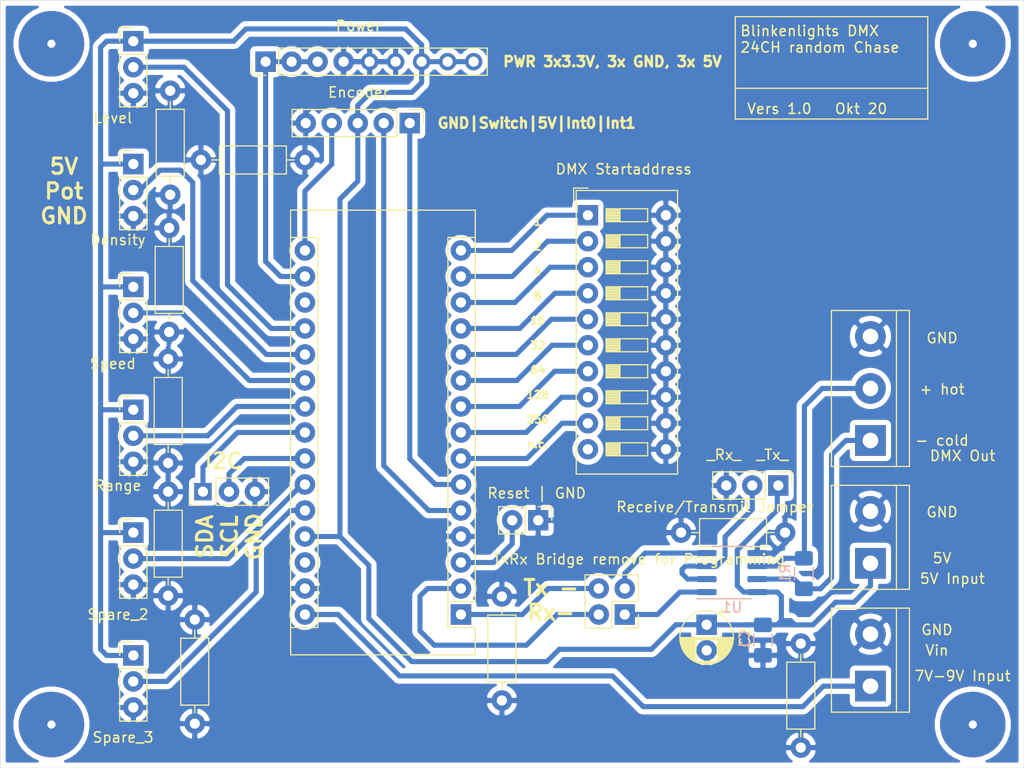
<source format=kicad_pcb>
(kicad_pcb (version 20171130) (host pcbnew "(5.1.6)-1")
  (layers (0 F.Cu signal) (31 B.Cu signal) (34 B.Paste user hide) (35 F.Paste user hide) (36 B.SilkS user hide) (37 F.SilkS user) (38 B.Mask user hide) (39 F.Mask user hide) (44 Edge.Cuts user))
  (net 0 "")
  (net 1 "Net-(A1-Pad23)")
  (net 2 "Net-(A1-Pad24)")
  (net 3 "Net-(A1-Pad30)")
  (net 4 "Net-(J1-Pad1)")
  (net 5 "Net-(J1-Pad2)")
  (net 6 "Net-(J2-Pad1)")
  (net 7 "Net-(J2-Pad3)")
  (net 8 Tx)
  (net 9 Rx)
  (net 10 ADC_Level)
  (net 11 GND)
  (net 12 ADC_Density)
  (net 13 ADC_Speed)
  (net 14 ADC_Spare_1)
  (net 15 DIP_9)
  (net 16 DIP_8)
  (net 17 DIP_7)
  (net 18 ADC_Spare_2)
  (net 19 DIP_6)
  (net 20 ADC_Spare_3)
  (net 21 DIP_5)
  (net 22 +5V)
  (net 23 DIP_4)
  (net 24 DIP_3)
  (net 25 DIP_2)
  (net 26 DIP_1)
  (net 27 "Net-(J6-Pad2)")
  (net 28 +3V3)
  (net 29 D2_Int0)
  (net 30 D3_Int1)
  (net 31 Switch)
  (net 32 "Net-(A1-Pad3)")
  (module Module:Arduino_Nano (layer F.Cu) (at 65 80 180)
    (fp_text reference A1 hide)
    (fp_text value Arduino_Nano_v3.x hide)
    (pad 1 thru_hole rect (at 0 0 180) (size 2 2) (drill 1) (layers *.Cu *.Mask) (net 8 Tx))
    (pad 17 thru_hole oval (at 15.24 33.02 180) (size 2 2) (drill 1) (layers *.Cu *.Mask) (net 28 +3V3))
    (pad 2 thru_hole oval (at 0 2.54 180) (size 2 2) (drill 1) (layers *.Cu *.Mask) (net 9 Rx))
    (pad 18 thru_hole oval (at 15.24 30.48 180) (size 2 2) (drill 1) (layers *.Cu *.Mask))
    (pad 3 thru_hole oval (at 0 5.08 180) (size 2 2) (drill 1) (layers *.Cu *.Mask) (net 32 "Net-(A1-Pad3)"))
    (pad 19 thru_hole oval (at 15.24 27.94 180) (size 2 2) (drill 1) (layers *.Cu *.Mask) (net 10 ADC_Level))
    (pad 4 thru_hole oval (at 0 7.62 180) (size 2 2) (drill 1) (layers *.Cu *.Mask) (net 11 GND))
    (pad 20 thru_hole oval (at 15.24 25.4 180) (size 2 2) (drill 1) (layers *.Cu *.Mask) (net 12 ADC_Density))
    (pad 5 thru_hole oval (at 0 10.16 180) (size 2 2) (drill 1) (layers *.Cu *.Mask) (net 29 D2_Int0))
    (pad 21 thru_hole oval (at 15.24 22.86 180) (size 2 2) (drill 1) (layers *.Cu *.Mask) (net 13 ADC_Speed))
    (pad 6 thru_hole oval (at 0 12.7 180) (size 2 2) (drill 1) (layers *.Cu *.Mask) (net 30 D3_Int1))
    (pad 22 thru_hole oval (at 15.24 20.32 180) (size 2 2) (drill 1) (layers *.Cu *.Mask) (net 14 ADC_Spare_1))
    (pad 7 thru_hole oval (at 0 15.24 180) (size 2 2) (drill 1) (layers *.Cu *.Mask) (net 15 DIP_9))
    (pad 23 thru_hole oval (at 15.24 17.78 180) (size 2 2) (drill 1) (layers *.Cu *.Mask) (net 1 "Net-(A1-Pad23)"))
    (pad 8 thru_hole oval (at 0 17.78 180) (size 2 2) (drill 1) (layers *.Cu *.Mask) (net 16 DIP_8))
    (pad 24 thru_hole oval (at 15.24 15.24 180) (size 2 2) (drill 1) (layers *.Cu *.Mask) (net 2 "Net-(A1-Pad24)"))
    (pad 9 thru_hole oval (at 0 20.32 180) (size 2 2) (drill 1) (layers *.Cu *.Mask) (net 17 DIP_7))
    (pad 25 thru_hole oval (at 15.24 12.7 180) (size 2 2) (drill 1) (layers *.Cu *.Mask) (net 18 ADC_Spare_2))
    (pad 10 thru_hole oval (at 0 22.86 180) (size 2 2) (drill 1) (layers *.Cu *.Mask) (net 19 DIP_6))
    (pad 26 thru_hole oval (at 15.24 10.16 180) (size 2 2) (drill 1) (layers *.Cu *.Mask) (net 20 ADC_Spare_3))
    (pad 11 thru_hole oval (at 0 25.4 180) (size 2 2) (drill 1) (layers *.Cu *.Mask) (net 21 DIP_5))
    (pad 27 thru_hole oval (at 15.24 7.62 180) (size 2 2) (drill 1) (layers *.Cu *.Mask) (net 22 +5V))
    (pad 12 thru_hole oval (at 0 27.94 180) (size 2 2) (drill 1) (layers *.Cu *.Mask) (net 23 DIP_4))
    (pad 28 thru_hole oval (at 15.24 5.08 180) (size 2 2) (drill 1) (layers *.Cu *.Mask))
    (pad 13 thru_hole oval (at 0 30.48 180) (size 2 2) (drill 1) (layers *.Cu *.Mask) (net 24 DIP_3))
    (pad 29 thru_hole oval (at 15.24 2.54 180) (size 2 2) (drill 1) (layers *.Cu *.Mask) (net 11 GND))
    (pad 14 thru_hole oval (at 0 33.02 180) (size 2 2) (drill 1) (layers *.Cu *.Mask) (net 25 DIP_2))
    (pad 30 thru_hole oval (at 15.24 0 180) (size 2 2) (drill 1) (layers *.Cu *.Mask) (net 3 "Net-(A1-Pad30)"))
    (pad 15 thru_hole oval (at 0 35.56 180) (size 2 2) (drill 1) (layers *.Cu *.Mask) (net 26 DIP_1))
    (pad 16 thru_hole oval (at 15.24 35.56 180) (size 2 2) (drill 1) (layers *.Cu *.Mask) (net 31 Switch))
  )
  (module TerminalBlock:TerminalBlock_bornier-3_P5.08mm (layer F.Cu) (at 105 63 90)
    (fp_text reference J1 hide)
    (fp_text value "DMX Out" (at -1.5 9 180) (layer F.SilkS))
    (pad 1 thru_hole rect (at 0 0 90) (size 3 3) (drill 1.52) (layers *.Cu *.Mask) (net 4 "Net-(J1-Pad1)"))
    (pad 2 thru_hole circle (at 5.08 0 90) (size 3 3) (drill 1.52) (layers *.Cu *.Mask) (net 5 "Net-(J1-Pad2)"))
    (pad 3 thru_hole circle (at 10.16 0 90) (size 3 3) (drill 1.52) (layers *.Cu *.Mask) (net 11 GND))
  )
  (module Connector_PinHeader_2.54mm:PinHeader_2x02_P2.54mm_Vertical (layer F.Cu) (at 81 80 180)
    (fp_text reference J2 hide)
    (fp_text value "TxRx Bridge remove for Programming" (at -1.4 5.4) (layer F.SilkS))
    (pad 1 thru_hole rect (at 0 0 180) (size 2 2) (drill 1) (layers *.Cu *.Mask) (net 6 "Net-(J2-Pad1)"))
    (pad 2 thru_hole oval (at 2.54 0 180) (size 2 2) (drill 1) (layers *.Cu *.Mask) (net 9 Rx))
    (pad 3 thru_hole oval (at 0 2.54 180) (size 2 2) (drill 1) (layers *.Cu *.Mask) (net 7 "Net-(J2-Pad3)"))
    (pad 4 thru_hole oval (at 2.54 2.54 180) (size 2 2) (drill 1) (layers *.Cu *.Mask) (net 8 Tx))
  )
  (module Connector_PinHeader_2.54mm:PinHeader_1x03_P2.54mm_Vertical (layer F.Cu) (at 33 24)
    (fp_text reference J3 hide)
    (fp_text value Level (at -2 7.5) (layer F.SilkS))
    (pad 1 thru_hole rect (at 0 0) (size 2 2) (drill 1) (layers *.Cu *.Mask) (net 22 +5V))
    (pad 2 thru_hole oval (at 0 2.54) (size 2 2) (drill 1) (layers *.Cu *.Mask) (net 10 ADC_Level))
    (pad 3 thru_hole oval (at 0 5.08) (size 2 2) (drill 1) (layers *.Cu *.Mask) (net 11 GND))
  )
  (module Package_SO:SOIC-8_3.9x4.9mm_P1.27mm (layer B.Cu) (at 91.475 75.905)
    (fp_text reference U1 (at 0 3.4) (layer B.SilkS) (effects (justify mirror)))
    (fp_text value SN75176AD)
    (pad 1 smd roundrect (at -2.475 1.905) (size 1.95 0.6) (layers B.Cu B.Paste B.Mask) (net 6 "Net-(J2-Pad1)"))
    (pad 2 smd roundrect (at -2.475 0.635) (size 1.95 0.6) (layers B.Cu B.Paste B.Mask) (net 27 "Net-(J6-Pad2)"))
    (pad 3 smd roundrect (at -2.475 -0.635) (size 1.95 0.6) (layers B.Cu B.Paste B.Mask) (net 27 "Net-(J6-Pad2)"))
    (pad 4 smd roundrect (at -2.475 -1.905) (size 1.95 0.6) (layers B.Cu B.Paste B.Mask) (net 7 "Net-(J2-Pad3)"))
    (pad 5 smd roundrect (at 2.475 -1.905) (size 1.95 0.6) (layers B.Cu B.Paste B.Mask) (net 11 GND))
    (pad 6 smd roundrect (at 2.475 -0.635) (size 1.95 0.6) (layers B.Cu B.Paste B.Mask) (net 5 "Net-(J1-Pad2)"))
    (pad 7 smd roundrect (at 2.475 0.635) (size 1.95 0.6) (layers B.Cu B.Paste B.Mask) (net 4 "Net-(J1-Pad1)"))
    (pad 8 smd roundrect (at 2.475 1.905) (size 1.95 0.6) (layers B.Cu B.Paste B.Mask) (net 22 +5V))
  )
  (module Button_Switch_THT:SW_DIP_SPSTx10_Slide_9.78x27.58mm_W7.62mm_P2.54mm (layer F.Cu) (at 77.4 41)
    (fp_text reference SW1 hide)
    (fp_text value "DMX Startaddress" (at 3.5 -4.5) (layer F.SilkS))
    (pad 1 thru_hole rect (at 0 0) (size 2 2) (drill 1) (layers *.Cu *.Mask) (net 26 DIP_1))
    (pad 11 thru_hole oval (at 7.62 22.86) (size 2 2) (drill 1) (layers *.Cu *.Mask) (net 11 GND))
    (pad 2 thru_hole oval (at 0 2.54) (size 2 2) (drill 1) (layers *.Cu *.Mask) (net 25 DIP_2))
    (pad 12 thru_hole oval (at 7.62 20.32) (size 2 2) (drill 1) (layers *.Cu *.Mask) (net 11 GND))
    (pad 3 thru_hole oval (at 0 5.08) (size 2 2) (drill 1) (layers *.Cu *.Mask) (net 24 DIP_3))
    (pad 13 thru_hole oval (at 7.62 17.78) (size 2 2) (drill 1) (layers *.Cu *.Mask) (net 11 GND))
    (pad 4 thru_hole oval (at 0 7.62) (size 2 2) (drill 1) (layers *.Cu *.Mask) (net 23 DIP_4))
    (pad 14 thru_hole oval (at 7.62 15.24) (size 2 2) (drill 1) (layers *.Cu *.Mask) (net 11 GND))
    (pad 5 thru_hole oval (at 0 10.16) (size 2 2) (drill 1) (layers *.Cu *.Mask) (net 21 DIP_5))
    (pad 15 thru_hole oval (at 7.62 12.7) (size 2 2) (drill 1) (layers *.Cu *.Mask) (net 11 GND))
    (pad 6 thru_hole oval (at 0 12.7) (size 2 2) (drill 1) (layers *.Cu *.Mask) (net 19 DIP_6))
    (pad 16 thru_hole oval (at 7.62 10.16) (size 2 2) (drill 1) (layers *.Cu *.Mask) (net 11 GND))
    (pad 7 thru_hole oval (at 0 15.24) (size 2 2) (drill 1) (layers *.Cu *.Mask) (net 17 DIP_7))
    (pad 17 thru_hole oval (at 7.62 7.62) (size 2 2) (drill 1) (layers *.Cu *.Mask) (net 11 GND))
    (pad 8 thru_hole oval (at 0 17.78) (size 2 2) (drill 1) (layers *.Cu *.Mask) (net 16 DIP_8))
    (pad 18 thru_hole oval (at 7.62 5.08) (size 2 2) (drill 1) (layers *.Cu *.Mask) (net 11 GND))
    (pad 9 thru_hole oval (at 0 20.32) (size 2 2) (drill 1) (layers *.Cu *.Mask) (net 15 DIP_9))
    (pad 19 thru_hole oval (at 7.62 2.54) (size 2 2) (drill 1) (layers *.Cu *.Mask) (net 11 GND))
    (pad 10 thru_hole oval (at 0 22.86) (size 2 2) (drill 1) (layers *.Cu *.Mask))
    (pad 20 thru_hole oval (at 7.62 0) (size 2 2) (drill 1) (layers *.Cu *.Mask) (net 11 GND))
  )
  (module Connector_PinHeader_2.54mm:PinHeader_1x03_P2.54mm_Vertical (layer F.Cu) (at 33 36)
    (fp_text reference J4 hide)
    (fp_text value Density (at -1.5 7.41) (layer F.SilkS))
    (pad 1 thru_hole rect (at 0 0) (size 2 2) (drill 1) (layers *.Cu *.Mask) (net 22 +5V))
    (pad 2 thru_hole oval (at 0 2.54) (size 2 2) (drill 1) (layers *.Cu *.Mask) (net 12 ADC_Density))
    (pad 3 thru_hole oval (at 0 5.08) (size 2 2) (drill 1) (layers *.Cu *.Mask) (net 11 GND))
  )
  (module Connector_PinHeader_2.54mm:PinHeader_1x03_P2.54mm_Vertical (layer F.Cu) (at 33 48)
    (fp_text reference J5 hide)
    (fp_text value Speed (at -2 7.5) (layer F.SilkS))
    (pad 3 thru_hole oval (at 0 5.08) (size 2 2) (drill 1) (layers *.Cu *.Mask) (net 11 GND))
    (pad 2 thru_hole oval (at 0 2.54) (size 2 2) (drill 1) (layers *.Cu *.Mask) (net 13 ADC_Speed))
    (pad 1 thru_hole rect (at 0 0) (size 2 2) (drill 1) (layers *.Cu *.Mask) (net 22 +5V))
  )
  (module Connector_PinHeader_2.54mm:PinHeader_1x03_P2.54mm_Vertical (layer F.Cu) (at 96 67.4 270)
    (fp_text reference J6 hide)
    (fp_text value "Receive/Transmit Jumper" (at 2.1 6.2 180) (layer F.SilkS))
    (pad 1 thru_hole rect (at 0 0 270) (size 2 2) (drill 1) (layers *.Cu *.Mask) (net 22 +5V))
    (pad 2 thru_hole oval (at 0 2.54 270) (size 2 2) (drill 1) (layers *.Cu *.Mask) (net 27 "Net-(J6-Pad2)"))
    (pad 3 thru_hole oval (at 0 5.08 270) (size 2 2) (drill 1) (layers *.Cu *.Mask) (net 11 GND))
  )
  (module TerminalBlock:TerminalBlock_bornier-2_P5.08mm (layer F.Cu) (at 105 87 90)
    (fp_text reference J7 hide)
    (fp_text value "7V-9V Input" (at 1 9 180) (layer F.SilkS))
    (pad 1 thru_hole rect (at 0 0 90) (size 3 3) (drill 1.52) (layers *.Cu *.Mask) (net 3 "Net-(A1-Pad30)"))
    (pad 2 thru_hole circle (at 5.08 0 90) (size 3 3) (drill 1.52) (layers *.Cu *.Mask) (net 11 GND))
  )
  (module Connector_PinHeader_2.54mm:PinHeader_1x03_P2.54mm_Vertical (layer F.Cu) (at 33 60)
    (fp_text reference J8 hide)
    (fp_text value Range (at -1.5 7.41) (layer F.SilkS))
    (pad 1 thru_hole rect (at 0 0) (size 2 2) (drill 1) (layers *.Cu *.Mask) (net 22 +5V))
    (pad 2 thru_hole oval (at 0 2.54) (size 2 2) (drill 1) (layers *.Cu *.Mask) (net 14 ADC_Spare_1))
    (pad 3 thru_hole oval (at 0 5.08) (size 2 2) (drill 1) (layers *.Cu *.Mask) (net 11 GND))
  )
  (module Connector_PinHeader_2.54mm:PinHeader_1x03_P2.54mm_Vertical (layer F.Cu) (at 33 72)
    (fp_text reference J9 hide)
    (fp_text value Spare_2 (at -1.5 8) (layer F.SilkS))
    (pad 3 thru_hole oval (at 0 5.08) (size 2 2) (drill 1) (layers *.Cu *.Mask) (net 11 GND))
    (pad 2 thru_hole oval (at 0 2.54) (size 2 2) (drill 1) (layers *.Cu *.Mask) (net 18 ADC_Spare_2))
    (pad 1 thru_hole rect (at 0 0) (size 2 2) (drill 1) (layers *.Cu *.Mask) (net 22 +5V))
  )
  (module Connector_PinHeader_2.54mm:PinHeader_1x03_P2.54mm_Vertical (layer F.Cu) (at 39.8 68 90)
    (fp_text reference J10 hide)
    (fp_text value I2C (at 3 2 180) (layer F.SilkS) (effects (font (size 1.5 1.5) (thickness 0.25))))
    (pad 1 thru_hole rect (at 0 0 90) (size 1.7 1.7) (drill 1) (layers *.Cu *.Mask) (net 1 "Net-(A1-Pad23)"))
    (pad 2 thru_hole oval (at 0 2.54 90) (size 2 2) (drill 1) (layers *.Cu *.Mask) (net 2 "Net-(A1-Pad24)"))
    (pad 3 thru_hole oval (at 0 5.08 90) (size 2 2) (drill 1) (layers *.Cu *.Mask) (net 11 GND))
  )
  (module Connector_PinHeader_2.54mm:PinHeader_1x03_P2.54mm_Vertical (layer F.Cu) (at 33 84)
    (fp_text reference J11 hide)
    (fp_text value Spare_3 (at -1 8) (layer F.SilkS))
    (pad 3 thru_hole oval (at 0 5.08) (size 2 2) (drill 1) (layers *.Cu *.Mask) (net 11 GND))
    (pad 2 thru_hole oval (at 0 2.54) (size 2 2) (drill 1) (layers *.Cu *.Mask) (net 20 ADC_Spare_3))
    (pad 1 thru_hole rect (at 0 0) (size 2 2) (drill 1) (layers *.Cu *.Mask) (net 22 +5V))
  )
  (module MountingHole:MountingHole_3.2mm_M3_Pad (layer F.Cu) (at 25 24.25)
    (fp_text reference H1 hide)
    (fp_text value MountingHole hide)
    (pad 1 thru_hole circle (at 0 0) (size 6.4 6.4) (drill 0.8) (layers *.Cu *.Mask))
  )
  (module MountingHole:MountingHole_3.2mm_M3_Pad (layer F.Cu) (at 115 24.25)
    (fp_text reference H2 hide)
    (fp_text value MountingHole hide)
    (pad 1 thru_hole circle (at 0 0) (size 6.4 6.4) (drill 0.8) (layers *.Cu *.Mask))
  )
  (module MountingHole:MountingHole_3.2mm_M3_Pad (layer F.Cu) (at 25 90.75)
    (fp_text reference H3 hide)
    (fp_text value MountingHole hide)
    (pad 1 thru_hole circle (at 0 0) (size 6.4 6.4) (drill 0.8) (layers *.Cu *.Mask))
  )
  (module MountingHole:MountingHole_3.2mm_M3_Pad (layer F.Cu) (at 115 90.75)
    (fp_text reference H4 hide)
    (fp_text value MountingHole hide)
    (pad 1 thru_hole circle (at 0 0) (size 6.4 6.4) (drill 0.8) (layers *.Cu *.Mask))
  )
  (module Connector_PinHeader_2.54mm:PinHeader_1x05_P2.54mm_Vertical (layer F.Cu) (at 60 32 270)
    (fp_text reference J12 hide)
    (fp_text value Encoder (at -3 5 180) (layer F.SilkS))
    (pad 1 thru_hole rect (at 0 0 270) (size 2 2) (drill 1) (layers *.Cu *.Mask) (net 30 D3_Int1))
    (pad 2 thru_hole oval (at 0 2.54 270) (size 2 2) (drill 1) (layers *.Cu *.Mask) (net 29 D2_Int0))
    (pad 3 thru_hole oval (at 0 5.08 270) (size 2 2) (drill 1) (layers *.Cu *.Mask) (net 22 +5V))
    (pad 4 thru_hole oval (at 0 7.62 270) (size 2 2) (drill 1) (layers *.Cu *.Mask) (net 31 Switch))
    (pad 5 thru_hole oval (at 0 10.16 270) (size 2 2) (drill 1) (layers *.Cu *.Mask) (net 11 GND))
  )
  (module Connector_PinHeader_2.54mm:PinHeader_1x09_P2.54mm_Vertical (layer F.Cu) (at 45.92 26 90)
    (fp_text reference J13 hide)
    (fp_text value "PWR 3x3.3V, 3x GND, 3x 5V" (at 0 33.88 180) (layer F.SilkS) (effects (font (thickness 0.25))))
    (pad 1 thru_hole rect (at 0 0 90) (size 2 2) (drill 1) (layers *.Cu *.Mask) (net 28 +3V3))
    (pad 2 thru_hole oval (at 0 2.54 90) (size 2 2) (drill 1) (layers *.Cu *.Mask) (net 28 +3V3))
    (pad 3 thru_hole oval (at 0 5.08 90) (size 2 2) (drill 1) (layers *.Cu *.Mask) (net 28 +3V3))
    (pad 4 thru_hole oval (at 0 7.62 90) (size 2 2) (drill 1) (layers *.Cu *.Mask) (net 11 GND))
    (pad 5 thru_hole oval (at 0 10.16 90) (size 1.7 1.7) (drill 1) (layers *.Cu *.Mask) (net 11 GND))
    (pad 6 thru_hole oval (at 0 12.7 90) (size 1.7 1.7) (drill 1) (layers *.Cu *.Mask) (net 11 GND))
    (pad 7 thru_hole oval (at 0 15.24 90) (size 1.7 1.7) (drill 1) (layers *.Cu *.Mask) (net 22 +5V))
    (pad 8 thru_hole oval (at 0 17.78 90) (size 1.7 1.7) (drill 1) (layers *.Cu *.Mask) (net 22 +5V))
    (pad 9 thru_hole oval (at 0 20.32 90) (size 1.7 1.7) (drill 1) (layers *.Cu *.Mask) (net 22 +5V))
  )
  (module TerminalBlock:TerminalBlock_bornier-2_P5.08mm (layer F.Cu) (at 105 75 90)
    (fp_text reference J14 hide)
    (fp_text value "5V Input" (at -1.5 8 180) (layer F.SilkS))
    (pad 1 thru_hole rect (at 0 0 90) (size 3 3) (drill 1.52) (layers *.Cu *.Mask) (net 22 +5V))
    (pad 2 thru_hole circle (at 5.08 0 90) (size 3 3) (drill 1.52) (layers *.Cu *.Mask) (net 11 GND))
  )
  (module Capacitor_SMD:C_1206_3216Metric_Pad1.42x1.75mm_HandSolder (layer B.Cu) (at 94.5 82.5 270)
    (fp_text reference C1 (at 0 1.82 90) (layer B.SilkS) (effects (justify mirror)))
    (fp_text value 1u5)
    (pad 1 smd roundrect (at -1.4875 0 270) (size 1.425 1.75) (layers B.Cu B.Paste B.Mask) (roundrect_rratio 0.175439) (net 22 +5V))
    (pad 2 smd roundrect (at 1.4875 0 270) (size 1.425 1.75) (layers B.Cu B.Paste B.Mask) (roundrect_rratio 0.175439) (net 11 GND))
  )
  (module Resistor_SMD:R_1206_3216Metric_Pad1.42x1.75mm_HandSolder (layer B.Cu) (at 98.5 76 270)
    (fp_text reference R1 (at 0 1.82 90) (layer B.SilkS) (effects (justify mirror)))
    (fp_text value 120R)
    (pad 1 smd roundrect (at -1.4875 0 270) (size 1.425 1.75) (layers B.Cu B.Paste B.Mask) (roundrect_rratio 0.175439) (net 5 "Net-(J1-Pad2)"))
    (pad 2 smd roundrect (at 1.4875 0 270) (size 1.425 1.75) (layers B.Cu B.Paste B.Mask) (roundrect_rratio 0.175439) (net 4 "Net-(J1-Pad1)"))
  )
  (module Capacitor_THT:CP_Radial_D5.0mm_P2.50mm (layer F.Cu) (at 89 81 270)
    (fp_text reference C2 (at 1.25 -3.75 90) (layer F.SilkS))
    (fp_text value CP_Small)
    (pad 1 thru_hole rect (at 0 0 270) (size 2 2) (drill 1) (layers *.Cu *.Mask) (net 22 +5V))
    (pad 2 thru_hole oval (at 2.5 0 270) (size 2 2) (drill 1) (layers *.Cu *.Mask) (net 11 GND))
  )
  (module Resistor_THT:R_Axial_DIN0207_L6.3mm_D2.5mm_P10.16mm_Horizontal (layer F.Cu) (at 39 90.66 90)
    (fp_text reference R2 hide)
    (fp_text value 0R)
    (pad 1 thru_hole oval (at 0 0 90) (size 2 2) (drill 1) (layers *.Cu *.Mask) (net 11 GND))
    (pad 2 thru_hole oval (at 10.16 0 90) (size 2 2) (drill 1) (layers *.Cu *.Mask) (net 11 GND))
  )
  (module Resistor_THT:R_Axial_DIN0207_L6.3mm_D2.5mm_P10.16mm_Horizontal (layer F.Cu) (at 36.4 78.16 90)
    (fp_text reference R3 hide)
    (fp_text value 0R)
    (pad 2 thru_hole oval (at 10.16 0 90) (size 2 2) (drill 1) (layers *.Cu *.Mask) (net 11 GND))
    (pad 1 thru_hole oval (at 0 0 90) (size 2 2) (drill 1) (layers *.Cu *.Mask) (net 11 GND))
  )
  (module Resistor_THT:R_Axial_DIN0207_L6.3mm_D2.5mm_P10.16mm_Horizontal (layer F.Cu) (at 36.4 65.2 90)
    (fp_text reference R4 hide)
    (fp_text value 0R)
    (pad 1 thru_hole oval (at 0 0 90) (size 2 2) (drill 1) (layers *.Cu *.Mask) (net 11 GND))
    (pad 2 thru_hole oval (at 10.16 0 90) (size 2 2) (drill 1) (layers *.Cu *.Mask) (net 11 GND))
  )
  (module Resistor_THT:R_Axial_DIN0207_L6.3mm_D2.5mm_P10.16mm_Horizontal (layer F.Cu) (at 36.5 52.4 90)
    (fp_text reference R5 hide)
    (fp_text value 0R)
    (pad 2 thru_hole oval (at 10.16 0 90) (size 2 2) (drill 1) (layers *.Cu *.Mask) (net 11 GND))
    (pad 1 thru_hole oval (at 0 0 90) (size 2 2) (drill 1) (layers *.Cu *.Mask) (net 11 GND))
  )
  (module Resistor_THT:R_Axial_DIN0207_L6.3mm_D2.5mm_P10.16mm_Horizontal (layer F.Cu) (at 36.6 39 90)
    (fp_text reference R6 hide)
    (fp_text value 0R)
    (pad 1 thru_hole oval (at 0 0 90) (size 2 2) (drill 1) (layers *.Cu *.Mask) (net 11 GND))
    (pad 2 thru_hole oval (at 10.16 0 90) (size 2 2) (drill 1) (layers *.Cu *.Mask) (net 11 GND))
  )
  (module Resistor_THT:R_Axial_DIN0207_L6.3mm_D2.5mm_P10.16mm_Horizontal (layer F.Cu) (at 39.6 35.6)
    (fp_text reference R7 hide)
    (fp_text value 0R)
    (pad 2 thru_hole oval (at 10.16 0) (size 2 2) (drill 1) (layers *.Cu *.Mask) (net 11 GND))
    (pad 1 thru_hole oval (at 0 0) (size 2 2) (drill 1) (layers *.Cu *.Mask) (net 11 GND))
  )
  (module Resistor_THT:R_Axial_DIN0207_L6.3mm_D2.5mm_P10.16mm_Horizontal (layer F.Cu) (at 69 88.4 90)
    (fp_text reference R8 hide)
    (fp_text value 0R)
    (pad 1 thru_hole oval (at 0 0 90) (size 2 2) (drill 1) (layers *.Cu *.Mask) (net 11 GND))
    (pad 2 thru_hole oval (at 10.16 0 90) (size 2 2) (drill 1) (layers *.Cu *.Mask) (net 11 GND))
  )
  (module Resistor_THT:R_Axial_DIN0207_L6.3mm_D2.5mm_P10.16mm_Horizontal (layer F.Cu) (at 98.2 93 90)
    (fp_text reference R9 hide)
    (fp_text value 0R)
    (pad 2 thru_hole oval (at 10.16 0 90) (size 2 2) (drill 1) (layers *.Cu *.Mask) (net 11 GND))
    (pad 1 thru_hole oval (at 0 0 90) (size 2 2) (drill 1) (layers *.Cu *.Mask) (net 11 GND))
  )
  (module Resistor_THT:R_Axial_DIN0207_L6.3mm_D2.5mm_P10.16mm_Horizontal (layer F.Cu) (at 86.5 72)
    (fp_text reference R10 hide)
    (fp_text value 0R)
    (pad 1 thru_hole oval (at 0 0) (size 2 2) (drill 1) (layers *.Cu *.Mask) (net 11 GND))
    (pad 2 thru_hole oval (at 10.16 0) (size 2 2) (drill 1) (layers *.Cu *.Mask) (net 11 GND))
  )
  (module Connector_PinHeader_2.54mm:PinHeader_1x02_P2.54mm_Vertical (layer F.Cu) (at 72.55 70.8 270)
    (fp_text reference J15 hide)
    (fp_text value "Reset | GND" (at -2.65 0.15) (layer F.SilkS))
    (pad 1 thru_hole rect (at 0 0 270) (size 2 2) (drill 1) (layers *.Cu *.Mask) (net 11 GND))
    (pad 2 thru_hole oval (at 0 2.54 270) (size 2 2) (drill 1) (layers *.Cu *.Mask) (net 32 "Net-(A1-Pad3)"))
  )
  (gr_text "5V\nPot\nGND" (at 26.225 38.65) (layer F.SilkS) (effects (font (size 1.5 1.5) (thickness 0.3))))
  (gr_text 5V (at 112 74.5) (layer F.SilkS) (effects (font (size 1 1))))
  (gr_text "- cold" (at 112 63) (layer F.SilkS) (effects (font (size 1 1))))
  (gr_text "+ hot" (at 112 58) (layer F.SilkS) (effects (font (size 1 1))))
  (gr_text Vin (at 111.5 83.5) (layer F.SilkS) (effects (font (size 1 1))))
  (gr_text GND (at 111.5 81.5) (layer F.SilkS) (effects (font (size 1 1))))
  (gr_text GND (at 112 70) (layer F.SilkS) (effects (font (size 1 1))))
  (gr_text GND (at 112 53) (layer F.SilkS) (effects (font (size 1 1))))
  (gr_text "Power\n" (at 55 22.5) (layer F.SilkS) (effects (font (size 1 1))))
  (gr_text GND|Switch|5V|Int0|Int1 (at 72.4 32) (layer F.SilkS) (effects (font (size 1 1) (thickness 0.25))))
  (gr_text "SDA\nSCL\nGND" (at 42.4 72.4 90) (layer F.SilkS) (effects (font (size 1.5 1.5) (thickness 0.3))))
  (gr_text "Tx -\nRx-" (at 73.8 78.6) (layer F.SilkS) (effects (font (size 1.5 1.5) (thickness 0.3))))
  (gr_text "_Rx_  _Tx_" (at 93 64.4) (layer F.SilkS) (effects (font (size 1 1))))
  (gr_text "1\n\n2\n\n4\n\n8\n\n16\n\n32\n\n64\n\n128\n\n256\n\nn.c." (at 72.5 52.5) (layer F.SilkS) (effects (font (size 0.75 0.75) (thickness 0.175))))
  (gr_text "Vers 1.0   Okt 20" (at 99.8 30.6) (layer F.SilkS) (effects (font (size 1 1))))
  (gr_text "Blinkenlights DMX\n24CH random Chase" (at 92.2 23.8) (layer F.SilkS) (effects (font (size 1 1)) (justify left)))
  (gr_line (start 91.8 28.6) (end 110.6 28.6) (layer F.SilkS) (width 0.12))
  (gr_line (start 110.6 31.6) (end 110.6 21.6) (layer F.SilkS) (width 0.12))
  (gr_line (start 91.8 31.6) (end 110.6 31.6) (layer F.SilkS) (width 0.12))
  (gr_line (start 91.8 21.6) (end 91.8 31.6) (layer F.SilkS) (width 0.12))
  (gr_line (start 110.6 21.6) (end 91.8 21.6) (layer F.SilkS) (width 0.12))
  (gr_line (start 20 95) (end 20 20) (layer Edge.Cuts) (width 0.05))
  (gr_line (start 120 95) (end 20 95) (layer Edge.Cuts) (width 0.05))
  (gr_line (start 120 20) (end 120 95) (layer Edge.Cuts) (width 0.05))
  (gr_line (start 20 20) (end 120 20) (layer Edge.Cuts) (width 0.05))
  (segment (start 43.18 62.22) (end 49.76 62.22) (width 0.5) (layer B.Cu) (net 1))
  (segment (start 39.8 65.6) (end 43.18 62.22) (width 0.5) (layer B.Cu) (net 1))
  (segment (start 39.8 68) (end 39.8 65.6) (width 0.5) (layer B.Cu) (net 1))
  (segment (start 42.34 66.26) (end 43.84 64.76) (width 0.5) (layer B.Cu) (net 2))
  (segment (start 42.34 68) (end 42.34 66.26) (width 0.5) (layer B.Cu) (net 2))
  (segment (start 43.84 64.76) (end 49.76 64.76) (width 0.5) (layer B.Cu) (net 2))
  (segment (start 100.4 87) (end 105 87) (width 0.5) (layer B.Cu) (net 3))
  (segment (start 98.4 89) (end 100.4 87) (width 0.5) (layer B.Cu) (net 3))
  (segment (start 53 80) (end 59 86) (width 0.5) (layer B.Cu) (net 3))
  (segment (start 59 86) (end 79.8 86) (width 0.5) (layer B.Cu) (net 3))
  (segment (start 49.76 80) (end 53 80) (width 0.5) (layer B.Cu) (net 3))
  (segment (start 82.8 89) (end 98.4 89) (width 0.5) (layer B.Cu) (net 3))
  (segment (start 79.8 86) (end 82.8 89) (width 0.5) (layer B.Cu) (net 3))
  (segment (start 97.5525 76.54) (end 98.5 77.4875) (width 0.5) (layer B.Cu) (net 4))
  (segment (start 93.95 76.54) (end 97.5525 76.54) (width 0.5) (layer B.Cu) (net 4))
  (segment (start 98.5 77.4875) (end 100.1125 77.4875) (width 0.5) (layer B.Cu) (net 4))
  (segment (start 100.1125 77.4875) (end 101.2 76.4) (width 0.5) (layer B.Cu) (net 4))
  (segment (start 101.2 76.4) (end 101.2 64.4) (width 0.5) (layer B.Cu) (net 4))
  (segment (start 102.6 63) (end 105 63) (width 0.5) (layer B.Cu) (net 4))
  (segment (start 101.2 64.4) (end 102.6 63) (width 0.5) (layer B.Cu) (net 4))
  (segment (start 93.95 75.27) (end 95.83 75.27) (width 0.5) (layer B.Cu) (net 5))
  (segment (start 96.5875 74.5125) (end 98.5 74.5125) (width 0.5) (layer B.Cu) (net 5))
  (segment (start 95.83 75.27) (end 96.5875 74.5125) (width 0.5) (layer B.Cu) (net 5))
  (segment (start 98.550001 74.462499) (end 98.550001 59.649999) (width 0.5) (layer B.Cu) (net 5))
  (segment (start 98.5 74.5125) (end 98.550001 74.462499) (width 0.5) (layer B.Cu) (net 5))
  (segment (start 100.28 57.92) (end 105 57.92) (width 0.5) (layer B.Cu) (net 5))
  (segment (start 98.550001 59.649999) (end 100.28 57.92) (width 0.5) (layer B.Cu) (net 5))
  (segment (start 89 77.81) (end 86.39 77.81) (width 0.5) (layer B.Cu) (net 6))
  (segment (start 84.2 80) (end 81 80) (width 0.5) (layer B.Cu) (net 6))
  (segment (start 86.39 77.81) (end 84.2 80) (width 0.5) (layer B.Cu) (net 6))
  (segment (start 89 74) (end 83 74) (width 0.5) (layer B.Cu) (net 7))
  (segment (start 81 76) (end 81 77.46) (width 0.5) (layer B.Cu) (net 7))
  (segment (start 83 74) (end 81 76) (width 0.5) (layer B.Cu) (net 7))
  (segment (start 65 80) (end 71 80) (width 0.5) (layer B.Cu) (net 8))
  (segment (start 73.54 77.46) (end 78.46 77.46) (width 0.5) (layer B.Cu) (net 8))
  (segment (start 71 80) (end 73.54 77.46) (width 0.5) (layer B.Cu) (net 8))
  (segment (start 65 77.46) (end 61.74 77.46) (width 0.5) (layer B.Cu) (net 9))
  (segment (start 61.74 77.46) (end 61 78.2) (width 0.5) (layer B.Cu) (net 9))
  (segment (start 61 78.2) (end 61 81.6) (width 0.5) (layer B.Cu) (net 9))
  (segment (start 61 81.6) (end 62.4 83) (width 0.5) (layer B.Cu) (net 9))
  (segment (start 62.4 83) (end 71.4 83) (width 0.5) (layer B.Cu) (net 9))
  (segment (start 74.4 80) (end 78.46 80) (width 0.5) (layer B.Cu) (net 9))
  (segment (start 71.4 83) (end 74.4 80) (width 0.5) (layer B.Cu) (net 9))
  (segment (start 37.94 26.54) (end 33 26.54) (width 0.5) (layer B.Cu) (net 10))
  (segment (start 42.2 47.8) (end 42.2 30.8) (width 0.5) (layer B.Cu) (net 10))
  (segment (start 49.76 52.06) (end 46.46 52.06) (width 0.5) (layer B.Cu) (net 10))
  (segment (start 42.2 30.8) (end 37.94 26.54) (width 0.5) (layer B.Cu) (net 10))
  (segment (start 46.46 52.06) (end 42.2 47.8) (width 0.5) (layer B.Cu) (net 10))
  (segment (start 93.95 74) (end 95.685773 74) (width 0.5) (layer B.Cu) (net 11))
  (segment (start 96.8 72.885773) (end 96.8 72.6) (width 0.5) (layer B.Cu) (net 11))
  (segment (start 53.54 26) (end 58.62 26) (width 0.5) (layer B.Cu) (net 11))
  (segment (start 85.02 63.86) (end 85.02 41) (width 0.5) (layer B.Cu) (net 11))
  (segment (start 53.54 27.26) (end 49.84 30.96) (width 0.5) (layer B.Cu) (net 11))
  (segment (start 49.84 30.96) (end 49.84 32) (width 0.5) (layer B.Cu) (net 11))
  (segment (start 53.54 26) (end 53.54 27.26) (width 0.5) (layer B.Cu) (net 11))
  (segment (start 96.66 72) (end 96.66 73.025772) (width 0.5) (layer B.Cu) (net 11))
  (segment (start 95.685773 74) (end 96.092886 73.592886) (width 0.5) (layer B.Cu) (net 11))
  (segment (start 96.66 73.025772) (end 96.092886 73.592886) (width 0.5) (layer B.Cu) (net 11))
  (segment (start 96.092886 73.592886) (end 96.8 72.885773) (width 0.5) (layer B.Cu) (net 11))
  (segment (start 33.66 38.54) (end 35.6 36.6) (width 0.5) (layer B.Cu) (net 12))
  (segment (start 46 54.6) (end 49.76 54.6) (width 0.5) (layer B.Cu) (net 12))
  (segment (start 33 38.54) (end 33.66 38.54) (width 0.5) (layer B.Cu) (net 12))
  (segment (start 35.6 36.6) (end 37.6 36.6) (width 0.5) (layer B.Cu) (net 12))
  (segment (start 37.6 36.6) (end 38.8 37.8) (width 0.5) (layer B.Cu) (net 12))
  (segment (start 38.8 47.4) (end 46 54.6) (width 0.5) (layer B.Cu) (net 12))
  (segment (start 38.8 37.8) (end 38.8 47.4) (width 0.5) (layer B.Cu) (net 12))
  (segment (start 33 50.54) (end 37.74 50.54) (width 0.5) (layer B.Cu) (net 13))
  (segment (start 44.34 57.14) (end 49.76 57.14) (width 0.5) (layer B.Cu) (net 13))
  (segment (start 37.74 50.54) (end 44.34 57.14) (width 0.5) (layer B.Cu) (net 13))
  (segment (start 33 62.54) (end 40.26 62.54) (width 0.5) (layer B.Cu) (net 14))
  (segment (start 43.12 59.68) (end 49.76 59.68) (width 0.5) (layer B.Cu) (net 14))
  (segment (start 40.26 62.54) (end 43.12 59.68) (width 0.5) (layer B.Cu) (net 14))
  (segment (start 65 64.76) (end 71.44 64.76) (width 0.5) (layer B.Cu) (net 15))
  (segment (start 74.88 61.32) (end 78 61.32) (width 0.5) (layer B.Cu) (net 15))
  (segment (start 71.44 64.76) (end 74.88 61.32) (width 0.5) (layer B.Cu) (net 15))
  (segment (start 65 62.22) (end 71.38 62.22) (width 0.5) (layer B.Cu) (net 16))
  (segment (start 74.82 58.78) (end 78 58.78) (width 0.5) (layer B.Cu) (net 16))
  (segment (start 71.38 62.22) (end 74.82 58.78) (width 0.5) (layer B.Cu) (net 16))
  (segment (start 65 59.68) (end 70.72 59.68) (width 0.5) (layer B.Cu) (net 17))
  (segment (start 74.16 56.24) (end 78 56.24) (width 0.5) (layer B.Cu) (net 17))
  (segment (start 70.72 59.68) (end 74.16 56.24) (width 0.5) (layer B.Cu) (net 17))
  (segment (start 49.485774 67.3) (end 49.76 67.3) (width 0.5) (layer B.Cu) (net 18))
  (segment (start 42.245774 74.54) (end 49.485774 67.3) (width 0.5) (layer B.Cu) (net 18))
  (segment (start 33 74.54) (end 42.245774 74.54) (width 0.5) (layer B.Cu) (net 18))
  (segment (start 65 57.14) (end 70.46 57.14) (width 0.5) (layer B.Cu) (net 19))
  (segment (start 73.9 53.7) (end 78 53.7) (width 0.5) (layer B.Cu) (net 19))
  (segment (start 70.46 57.14) (end 73.9 53.7) (width 0.5) (layer B.Cu) (net 19))
  (segment (start 33 86.54) (end 36.26 86.54) (width 0.5) (layer B.Cu) (net 20))
  (segment (start 36.26 86.54) (end 45 77.8) (width 0.5) (layer B.Cu) (net 20))
  (segment (start 45 77.8) (end 45 73.2) (width 0.5) (layer B.Cu) (net 20))
  (segment (start 48.36 69.84) (end 49.76 69.84) (width 0.5) (layer B.Cu) (net 20))
  (segment (start 45 73.2) (end 48.36 69.84) (width 0.5) (layer B.Cu) (net 20))
  (segment (start 65 54.6) (end 70.4 54.6) (width 0.5) (layer B.Cu) (net 21))
  (segment (start 73.84 51.16) (end 78 51.16) (width 0.5) (layer B.Cu) (net 21))
  (segment (start 70.4 54.6) (end 73.84 51.16) (width 0.5) (layer B.Cu) (net 21))
  (segment (start 93.95 77.81) (end 95.91 77.81) (width 0.5) (layer B.Cu) (net 22))
  (segment (start 95.91 77.81) (end 96.3 78.2) (width 0.5) (layer B.Cu) (net 22))
  (segment (start 96.3 78.2) (end 96.3 80.6) (width 0.5) (layer B.Cu) (net 22))
  (segment (start 95.8875 81.0125) (end 94.5 81.0125) (width 0.5) (layer B.Cu) (net 22))
  (segment (start 96.3 80.6) (end 95.8875 81.0125) (width 0.5) (layer B.Cu) (net 22))
  (segment (start 93.95 77.81) (end 92.61 77.81) (width 0.5) (layer B.Cu) (net 22))
  (segment (start 92.61 77.81) (end 92 77.2) (width 0.5) (layer B.Cu) (net 22))
  (segment (start 92 77.2) (end 92 73.702192) (width 0.5) (layer B.Cu) (net 22))
  (segment (start 95.902192 68.097808) (end 96 68) (width 0.5) (layer B.Cu) (net 22))
  (segment (start 95.902192 69.8) (end 95.902192 68.097808) (width 0.5) (layer B.Cu) (net 22))
  (segment (start 92 73.702192) (end 95.902192 69.8) (width 0.5) (layer B.Cu) (net 22))
  (segment (start 105 75) (end 105 77.2) (width 0.5) (layer B.Cu) (net 22))
  (segment (start 105 77.2) (end 103.4 78.8) (width 0.5) (layer B.Cu) (net 22))
  (segment (start 103.4 78.8) (end 101.6 78.8) (width 0.5) (layer B.Cu) (net 22))
  (segment (start 101.6 78.8) (end 99.3875 81.0125) (width 0.5) (layer B.Cu) (net 22))
  (segment (start 96.3 80.6) (end 97.2 80.6) (width 0.5) (layer B.Cu) (net 22))
  (segment (start 97.2 80.6) (end 97.6125 81.0125) (width 0.5) (layer B.Cu) (net 22))
  (segment (start 99.3875 81.0125) (end 97.6125 81.0125) (width 0.5) (layer B.Cu) (net 22))
  (segment (start 97.6125 81.0125) (end 94.5 81.0125) (width 0.5) (layer B.Cu) (net 22))
  (segment (start 94.5 81.0125) (end 92.7875 81.0125) (width 0.5) (layer B.Cu) (net 22))
  (segment (start 89.0125 81.0125) (end 89 81) (width 0.5) (layer B.Cu) (net 22))
  (segment (start 94.5 81.0125) (end 89.0125 81.0125) (width 0.5) (layer B.Cu) (net 22))
  (segment (start 53.18 72.38) (end 49.76 72.38) (width 0.5) (layer B.Cu) (net 22))
  (segment (start 61.16 26) (end 66.24 26) (width 0.5) (layer B.Cu) (net 22))
  (segment (start 29.8 83.4) (end 30.4 84) (width 0.5) (layer B.Cu) (net 22))
  (segment (start 30.4 84) (end 33 84) (width 0.5) (layer B.Cu) (net 22))
  (segment (start 33 24) (end 30.4 24) (width 0.5) (layer B.Cu) (net 22))
  (segment (start 30.4 24) (end 29.8 24.6) (width 0.5) (layer B.Cu) (net 22))
  (segment (start 33 72) (end 30 72) (width 0.5) (layer B.Cu) (net 22))
  (segment (start 30 72) (end 29.8 72.2) (width 0.5) (layer B.Cu) (net 22))
  (segment (start 29.8 72.2) (end 29.8 83.4) (width 0.5) (layer B.Cu) (net 22))
  (segment (start 33 60) (end 30 60) (width 0.5) (layer B.Cu) (net 22))
  (segment (start 30 60) (end 29.8 60.2) (width 0.5) (layer B.Cu) (net 22))
  (segment (start 29.8 60.2) (end 29.8 72.2) (width 0.5) (layer B.Cu) (net 22))
  (segment (start 30 48) (end 29.8 48.2) (width 0.5) (layer B.Cu) (net 22))
  (segment (start 33 48) (end 30 48) (width 0.5) (layer B.Cu) (net 22))
  (segment (start 29.8 48.2) (end 29.8 60.2) (width 0.5) (layer B.Cu) (net 22))
  (segment (start 33 36) (end 30 36) (width 0.5) (layer B.Cu) (net 22))
  (segment (start 30 36) (end 29.8 36.2) (width 0.5) (layer B.Cu) (net 22))
  (segment (start 29.8 24.6) (end 29.8 36.2) (width 0.5) (layer B.Cu) (net 22))
  (segment (start 29.8 36.2) (end 29.8 48.2) (width 0.5) (layer B.Cu) (net 22))
  (segment (start 33 24) (end 42.8 24) (width 0.5) (layer B.Cu) (net 22))
  (segment (start 42.8 24) (end 44 22.8) (width 0.5) (layer B.Cu) (net 22))
  (segment (start 44 22.8) (end 59.6 22.8) (width 0.5) (layer B.Cu) (net 22))
  (segment (start 61.16 24.36) (end 61.16 26) (width 0.5) (layer B.Cu) (net 22))
  (segment (start 59.6 22.8) (end 61.16 24.36) (width 0.5) (layer B.Cu) (net 22))
  (segment (start 53.18 72.38) (end 53.18 39.42) (width 0.5) (layer B.Cu) (net 22))
  (segment (start 54.92 37.68) (end 54.92 32) (width 0.5) (layer B.Cu) (net 22))
  (segment (start 53.18 39.42) (end 54.92 37.68) (width 0.5) (layer B.Cu) (net 22))
  (segment (start 54.92 32) (end 54.92 30.28) (width 0.5) (layer B.Cu) (net 22))
  (segment (start 54.92 30.28) (end 56.2 29) (width 0.5) (layer B.Cu) (net 22))
  (segment (start 56.2 29) (end 60.2 29) (width 0.5) (layer B.Cu) (net 22))
  (segment (start 61.16 28.04) (end 61.16 26) (width 0.5) (layer B.Cu) (net 22))
  (segment (start 60.2 29) (end 61.16 28.04) (width 0.5) (layer B.Cu) (net 22))
  (segment (start 56 75.2) (end 53.18 72.38) (width 0.5) (layer B.Cu) (net 22))
  (segment (start 56 80.4) (end 56 75.2) (width 0.5) (layer B.Cu) (net 22))
  (segment (start 86 81) (end 83.6 83.4) (width 0.5) (layer B.Cu) (net 22))
  (segment (start 60.2 84.6) (end 56 80.4) (width 0.5) (layer B.Cu) (net 22))
  (segment (start 89 81) (end 86 81) (width 0.5) (layer B.Cu) (net 22))
  (segment (start 83.6 83.4) (end 74.6 83.4) (width 0.5) (layer B.Cu) (net 22))
  (segment (start 74.6 83.4) (end 73.4 84.6) (width 0.5) (layer B.Cu) (net 22))
  (segment (start 73.4 84.6) (end 60.2 84.6) (width 0.5) (layer B.Cu) (net 22))
  (segment (start 65 52.06) (end 70.74 52.06) (width 0.5) (layer B.Cu) (net 23))
  (segment (start 74.18 48.62) (end 78 48.62) (width 0.5) (layer B.Cu) (net 23))
  (segment (start 70.74 52.06) (end 74.18 48.62) (width 0.5) (layer B.Cu) (net 23))
  (segment (start 65 49.52) (end 70.28 49.52) (width 0.5) (layer B.Cu) (net 24))
  (segment (start 73.72 46.08) (end 78 46.08) (width 0.5) (layer B.Cu) (net 24))
  (segment (start 70.28 49.52) (end 73.72 46.08) (width 0.5) (layer B.Cu) (net 24))
  (segment (start 65 46.98) (end 70.02 46.98) (width 0.5) (layer B.Cu) (net 25))
  (segment (start 73.46 43.54) (end 78 43.54) (width 0.5) (layer B.Cu) (net 25))
  (segment (start 70.02 46.98) (end 73.46 43.54) (width 0.5) (layer B.Cu) (net 25))
  (segment (start 65 44.44) (end 69.96 44.44) (width 0.5) (layer B.Cu) (net 26))
  (segment (start 73.4 41) (end 78 41) (width 0.5) (layer B.Cu) (net 26))
  (segment (start 69.96 44.44) (end 73.4 41) (width 0.5) (layer B.Cu) (net 26))
  (segment (start 89 75.27) (end 86.93 75.27) (width 0.5) (layer B.Cu) (net 27))
  (segment (start 86.93 75.27) (end 86.6 75.6) (width 0.5) (layer B.Cu) (net 27))
  (segment (start 86.6 75.6) (end 86.6 76) (width 0.5) (layer B.Cu) (net 27))
  (segment (start 87.14 76.54) (end 89 76.54) (width 0.5) (layer B.Cu) (net 27))
  (segment (start 86.6 76) (end 87.14 76.54) (width 0.5) (layer B.Cu) (net 27))
  (segment (start 93.46 69.74) (end 93.46 68) (width 0.5) (layer B.Cu) (net 27))
  (segment (start 90.8 72.4) (end 93.46 69.74) (width 0.5) (layer B.Cu) (net 27))
  (segment (start 90.8 74.447808) (end 90.8 72.4) (width 0.5) (layer B.Cu) (net 27))
  (segment (start 89 75.27) (end 89.977808 75.27) (width 0.5) (layer B.Cu) (net 27))
  (segment (start 89.977808 75.27) (end 90.8 74.447808) (width 0.5) (layer B.Cu) (net 27))
  (segment (start 49.76 46.98) (end 47.38 46.98) (width 0.5) (layer B.Cu) (net 28))
  (segment (start 47.38 46.98) (end 45.92 45.52) (width 0.5) (layer B.Cu) (net 28))
  (segment (start 45.92 26) (end 51 26) (width 0.5) (layer B.Cu) (net 28))
  (segment (start 45.92 26) (end 45.92 27.92) (width 0.5) (layer B.Cu) (net 28))
  (segment (start 45.92 45.52) (end 45.92 27.92) (width 0.5) (layer B.Cu) (net 28))
  (segment (start 57.46 65.46) (end 57.46 32) (width 0.5) (layer B.Cu) (net 29))
  (segment (start 65 69.84) (end 61.84 69.84) (width 0.5) (layer B.Cu) (net 29))
  (segment (start 61.84 69.84) (end 57.46 65.46) (width 0.5) (layer B.Cu) (net 29))
  (segment (start 65 67.3) (end 62.5 67.3) (width 0.5) (layer B.Cu) (net 30))
  (segment (start 60 64.8) (end 60 32) (width 0.5) (layer B.Cu) (net 30))
  (segment (start 62.5 67.3) (end 60 64.8) (width 0.5) (layer B.Cu) (net 30))
  (segment (start 49.76 44.44) (end 49.76 38.64) (width 0.5) (layer B.Cu) (net 31))
  (segment (start 52.38 36.02) (end 52.38 32) (width 0.5) (layer B.Cu) (net 31))
  (segment (start 49.76 38.64) (end 52.38 36.02) (width 0.5) (layer B.Cu) (net 31))
  (segment (start 65 74.92) (end 68.18 74.92) (width 0.5) (layer B.Cu) (net 32))
  (segment (start 70.01 73.09) (end 70.01 70.8) (width 0.5) (layer B.Cu) (net 32))
  (segment (start 68.18 74.92) (end 70.01 73.09) (width 0.5) (layer B.Cu) (net 32))
  (zone (net 11) (net_name GND) (layer B.Cu) (connect_pads (clearance 0.508)) (min_thickness 0.254) (fill yes (arc_segments 32) (thermal_gap 0.508) (thermal_bridge_width 0.508))
    (polygon (pts (xy 120 95) (xy 20 95) (xy 20 20) (xy 120 20)))
  )
)
</source>
